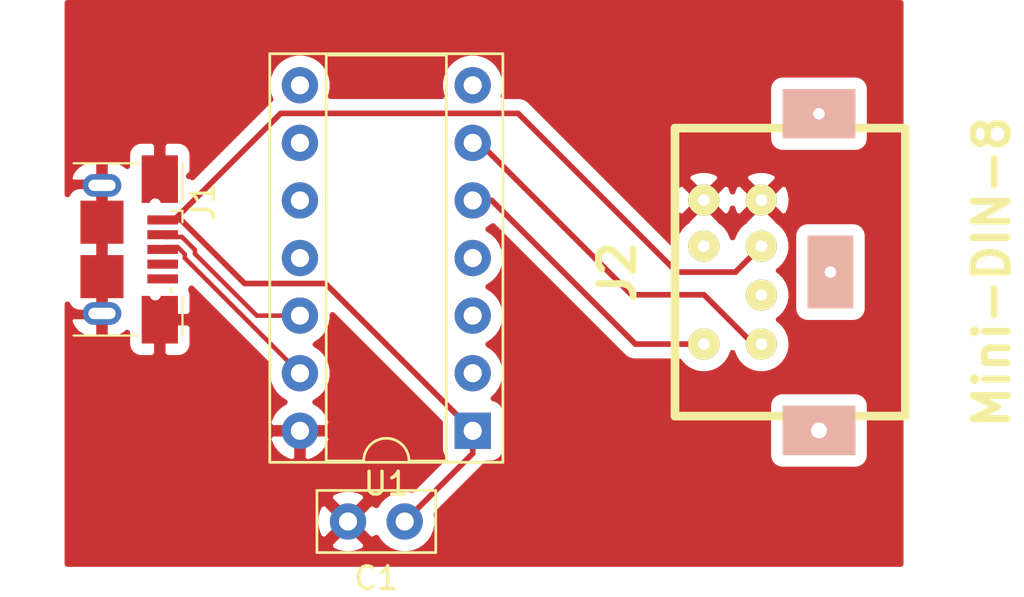
<source format=kicad_pcb>
(kicad_pcb (version 20171130) (host pcbnew 5.1.7-5.1.7)

  (general
    (thickness 1.6)
    (drawings 0)
    (tracks 32)
    (zones 0)
    (modules 4)
    (nets 18)
  )

  (page A4)
  (layers
    (0 F.Cu signal)
    (31 B.Cu signal)
    (32 B.Adhes user)
    (33 F.Adhes user)
    (34 B.Paste user)
    (35 F.Paste user)
    (36 B.SilkS user)
    (37 F.SilkS user)
    (38 B.Mask user)
    (39 F.Mask user)
    (40 Dwgs.User user)
    (41 Cmts.User user)
    (42 Eco1.User user)
    (43 Eco2.User user)
    (44 Edge.Cuts user)
    (45 Margin user)
    (46 B.CrtYd user)
    (47 F.CrtYd user)
    (48 B.Fab user)
    (49 F.Fab user)
  )

  (setup
    (last_trace_width 0.25)
    (trace_clearance 0.2)
    (zone_clearance 0.508)
    (zone_45_only no)
    (trace_min 0.2)
    (via_size 0.8)
    (via_drill 0.4)
    (via_min_size 0.4)
    (via_min_drill 0.3)
    (uvia_size 0.3)
    (uvia_drill 0.1)
    (uvias_allowed no)
    (uvia_min_size 0.2)
    (uvia_min_drill 0.1)
    (edge_width 0.05)
    (segment_width 0.2)
    (pcb_text_width 0.3)
    (pcb_text_size 1.5 1.5)
    (mod_edge_width 0.12)
    (mod_text_size 1 1)
    (mod_text_width 0.15)
    (pad_size 1.524 1.524)
    (pad_drill 0.762)
    (pad_to_mask_clearance 0)
    (aux_axis_origin 0 0)
    (visible_elements FFFFFF7F)
    (pcbplotparams
      (layerselection 0x010fc_ffffffff)
      (usegerberextensions false)
      (usegerberattributes true)
      (usegerberadvancedattributes true)
      (creategerberjobfile true)
      (excludeedgelayer true)
      (linewidth 0.100000)
      (plotframeref false)
      (viasonmask false)
      (mode 1)
      (useauxorigin false)
      (hpglpennumber 1)
      (hpglpenspeed 20)
      (hpglpendiameter 15.000000)
      (psnegative false)
      (psa4output false)
      (plotreference true)
      (plotvalue true)
      (plotinvisibletext false)
      (padsonsilk false)
      (subtractmaskfromsilk false)
      (outputformat 1)
      (mirror false)
      (drillshape 1)
      (scaleselection 1)
      (outputdirectory ""))
  )

  (net 0 "")
  (net 1 GND)
  (net 2 +5V)
  (net 3 /D-)
  (net 4 /D+)
  (net 5 "Net-(J1-Pad4)")
  (net 6 "Net-(J2-Pad7)")
  (net 7 /TXD)
  (net 8 /RXD)
  (net 9 "Net-(J2-Pad4)")
  (net 10 "Net-(U1-Pad7)")
  (net 11 "Net-(U1-Pad11)")
  (net 12 "Net-(U1-Pad4)")
  (net 13 "Net-(U1-Pad10)")
  (net 14 "Net-(U1-Pad3)")
  (net 15 "Net-(U1-Pad9)")
  (net 16 "Net-(U1-Pad2)")
  (net 17 "Net-(U1-Pad8)")

  (net_class Default "This is the default net class."
    (clearance 0.2)
    (trace_width 0.25)
    (via_dia 0.8)
    (via_drill 0.4)
    (uvia_dia 0.3)
    (uvia_drill 0.1)
    (add_net +5V)
    (add_net /D+)
    (add_net /D-)
    (add_net /RXD)
    (add_net /TXD)
    (add_net GND)
    (add_net "Net-(J1-Pad4)")
    (add_net "Net-(J2-Pad4)")
    (add_net "Net-(J2-Pad7)")
    (add_net "Net-(U1-Pad10)")
    (add_net "Net-(U1-Pad11)")
    (add_net "Net-(U1-Pad2)")
    (add_net "Net-(U1-Pad3)")
    (add_net "Net-(U1-Pad4)")
    (add_net "Net-(U1-Pad7)")
    (add_net "Net-(U1-Pad8)")
    (add_net "Net-(U1-Pad9)")
  )

  (module Package_DIP:DIP-14_W7.62mm_Socket (layer F.Cu) (tedit 5A02E8C5) (tstamp 5F862BE0)
    (at 132 103 180)
    (descr "14-lead though-hole mounted DIP package, row spacing 7.62 mm (300 mils), Socket")
    (tags "THT DIP DIL PDIP 2.54mm 7.62mm 300mil Socket")
    (path /5F85D5AE)
    (fp_text reference U1 (at 3.81 -2.33) (layer F.SilkS)
      (effects (font (size 1 1) (thickness 0.15)))
    )
    (fp_text value PIC16F1454-IP (at 3.81 17.57) (layer F.Fab)
      (effects (font (size 1 1) (thickness 0.15)))
    )
    (fp_text user %R (at 3.81 7.62) (layer F.Fab)
      (effects (font (size 1 1) (thickness 0.15)))
    )
    (fp_arc (start 3.81 -1.33) (end 2.81 -1.33) (angle -180) (layer F.SilkS) (width 0.12))
    (fp_line (start 1.635 -1.27) (end 6.985 -1.27) (layer F.Fab) (width 0.1))
    (fp_line (start 6.985 -1.27) (end 6.985 16.51) (layer F.Fab) (width 0.1))
    (fp_line (start 6.985 16.51) (end 0.635 16.51) (layer F.Fab) (width 0.1))
    (fp_line (start 0.635 16.51) (end 0.635 -0.27) (layer F.Fab) (width 0.1))
    (fp_line (start 0.635 -0.27) (end 1.635 -1.27) (layer F.Fab) (width 0.1))
    (fp_line (start -1.27 -1.33) (end -1.27 16.57) (layer F.Fab) (width 0.1))
    (fp_line (start -1.27 16.57) (end 8.89 16.57) (layer F.Fab) (width 0.1))
    (fp_line (start 8.89 16.57) (end 8.89 -1.33) (layer F.Fab) (width 0.1))
    (fp_line (start 8.89 -1.33) (end -1.27 -1.33) (layer F.Fab) (width 0.1))
    (fp_line (start 2.81 -1.33) (end 1.16 -1.33) (layer F.SilkS) (width 0.12))
    (fp_line (start 1.16 -1.33) (end 1.16 16.57) (layer F.SilkS) (width 0.12))
    (fp_line (start 1.16 16.57) (end 6.46 16.57) (layer F.SilkS) (width 0.12))
    (fp_line (start 6.46 16.57) (end 6.46 -1.33) (layer F.SilkS) (width 0.12))
    (fp_line (start 6.46 -1.33) (end 4.81 -1.33) (layer F.SilkS) (width 0.12))
    (fp_line (start -1.33 -1.39) (end -1.33 16.63) (layer F.SilkS) (width 0.12))
    (fp_line (start -1.33 16.63) (end 8.95 16.63) (layer F.SilkS) (width 0.12))
    (fp_line (start 8.95 16.63) (end 8.95 -1.39) (layer F.SilkS) (width 0.12))
    (fp_line (start 8.95 -1.39) (end -1.33 -1.39) (layer F.SilkS) (width 0.12))
    (fp_line (start -1.55 -1.6) (end -1.55 16.85) (layer F.CrtYd) (width 0.05))
    (fp_line (start -1.55 16.85) (end 9.15 16.85) (layer F.CrtYd) (width 0.05))
    (fp_line (start 9.15 16.85) (end 9.15 -1.6) (layer F.CrtYd) (width 0.05))
    (fp_line (start 9.15 -1.6) (end -1.55 -1.6) (layer F.CrtYd) (width 0.05))
    (pad 14 thru_hole oval (at 7.62 0 180) (size 1.6 1.6) (drill 0.8) (layers *.Cu *.Mask)
      (net 1 GND))
    (pad 7 thru_hole oval (at 0 15.24 180) (size 1.6 1.6) (drill 0.8) (layers *.Cu *.Mask)
      (net 10 "Net-(U1-Pad7)"))
    (pad 13 thru_hole oval (at 7.62 2.54 180) (size 1.6 1.6) (drill 0.8) (layers *.Cu *.Mask)
      (net 4 /D+))
    (pad 6 thru_hole oval (at 0 12.7 180) (size 1.6 1.6) (drill 0.8) (layers *.Cu *.Mask)
      (net 7 /TXD))
    (pad 12 thru_hole oval (at 7.62 5.08 180) (size 1.6 1.6) (drill 0.8) (layers *.Cu *.Mask)
      (net 3 /D-))
    (pad 5 thru_hole oval (at 0 10.16 180) (size 1.6 1.6) (drill 0.8) (layers *.Cu *.Mask)
      (net 8 /RXD))
    (pad 11 thru_hole oval (at 7.62 7.62 180) (size 1.6 1.6) (drill 0.8) (layers *.Cu *.Mask)
      (net 11 "Net-(U1-Pad11)"))
    (pad 4 thru_hole oval (at 0 7.62 180) (size 1.6 1.6) (drill 0.8) (layers *.Cu *.Mask)
      (net 12 "Net-(U1-Pad4)"))
    (pad 10 thru_hole oval (at 7.62 10.16 180) (size 1.6 1.6) (drill 0.8) (layers *.Cu *.Mask)
      (net 13 "Net-(U1-Pad10)"))
    (pad 3 thru_hole oval (at 0 5.08 180) (size 1.6 1.6) (drill 0.8) (layers *.Cu *.Mask)
      (net 14 "Net-(U1-Pad3)"))
    (pad 9 thru_hole oval (at 7.62 12.7 180) (size 1.6 1.6) (drill 0.8) (layers *.Cu *.Mask)
      (net 15 "Net-(U1-Pad9)"))
    (pad 2 thru_hole oval (at 0 2.54 180) (size 1.6 1.6) (drill 0.8) (layers *.Cu *.Mask)
      (net 16 "Net-(U1-Pad2)"))
    (pad 8 thru_hole oval (at 7.62 15.24 180) (size 1.6 1.6) (drill 0.8) (layers *.Cu *.Mask)
      (net 17 "Net-(U1-Pad8)"))
    (pad 1 thru_hole rect (at 0 0 180) (size 1.6 1.6) (drill 0.8) (layers *.Cu *.Mask)
      (net 2 +5V))
    (model ${KISYS3DMOD}/Package_DIP.3dshapes/DIP-14_W7.62mm_Socket.wrl
      (at (xyz 0 0 0))
      (scale (xyz 1 1 1))
      (rotate (xyz 0 0 0))
    )
  )

  (module r_mini_din:Mini_din7 (layer F.Cu) (tedit 44834E5D) (tstamp 5F862BB6)
    (at 146 96 90)
    (tags "MINI DIN")
    (path /5F862F52)
    (fp_text reference J2 (at 0 -7.62 90) (layer F.SilkS)
      (effects (font (size 1.524 1.524) (thickness 0.3048)))
    )
    (fp_text value Mini-DIN-8 (at 0 8.89 90) (layer F.SilkS)
      (effects (font (size 1.524 1.524) (thickness 0.3048)))
    )
    (fp_line (start -6.35 5.08) (end -6.35 1.27) (layer F.SilkS) (width 0.381))
    (fp_line (start 6.35 5.08) (end -6.35 5.08) (layer F.SilkS) (width 0.381))
    (fp_line (start 6.35 -5.08) (end 6.35 5.08) (layer F.SilkS) (width 0.381))
    (fp_line (start -6.35 -5.08) (end 6.35 -5.08) (layer F.SilkS) (width 0.381))
    (fp_line (start -6.35 1.27) (end -6.35 -5.08) (layer F.SilkS) (width 0.381))
    (pad 7 thru_hole circle (at 1.143 -3.81 90) (size 1.3716 1.3716) (drill 0.508) (layers *.Cu *.Mask F.SilkS)
      (net 6 "Net-(J2-Pad7)"))
    (pad GND thru_hole rect (at -6.985 1.27 90) (size 2.16916 3.2004) (drill 0.70104) (layers *.Cu *.SilkS *.Mask))
    (pad GND thru_hole rect (at 6.985 1.27 90) (size 2.16916 3.2004) (drill 0.508) (layers *.Cu *.SilkS *.Mask))
    (pad GND thru_hole rect (at 0 1.778 90) (size 3.2004 1.99898) (drill 0.508) (layers *.Cu *.SilkS *.Mask))
    (pad 2 thru_hole circle (at 3.175 -1.27 90) (size 1.3716 1.3716) (drill 0.508) (layers *.Cu *.Mask F.SilkS)
      (net 1 GND))
    (pad 5 thru_hole circle (at -3.175 -1.27 90) (size 1.3716 1.3716) (drill 0.508) (layers *.Cu *.Mask F.SilkS)
      (net 7 /TXD))
    (pad 6 thru_hole circle (at -3.175 -3.81 90) (size 1.3716 1.3716) (drill 0.508) (layers *.Cu *.Mask F.SilkS)
      (net 8 /RXD))
    (pad 1 thru_hole circle (at 3.175 -3.81 90) (size 1.3716 1.3716) (drill 0.508) (layers *.Cu *.Mask F.SilkS)
      (net 1 GND))
    (pad 3 thru_hole circle (at 1.143 -1.27 90) (size 1.3716 1.3716) (drill 0.508) (layers *.Cu *.Mask F.SilkS)
      (net 2 +5V))
    (pad 4 thru_hole circle (at -1.016 -1.27 90) (size 1.3716 1.3716) (drill 0.508) (layers *.Cu *.Mask F.SilkS)
      (net 9 "Net-(J2-Pad4)"))
    (model r_mini_dins/minidin_7.wrl
      (at (xyz 0 0 0))
      (scale (xyz 1 1 1))
      (rotate (xyz 0 0 0))
    )
  )

  (module Personal:USB_Micro_B_XKB_U254-05XX-4BH83-X-X-S (layer F.Cu) (tedit 5F4CB23C) (tstamp 5F862D40)
    (at 117 95 270)
    (path /5F857A97)
    (fp_text reference J1 (at -2.1 -3.1 90) (layer F.SilkS)
      (effects (font (size 1 1) (thickness 0.15)))
    )
    (fp_text value USB_B_Micro (at 0 5 90) (layer F.Fab)
      (effects (font (size 1 1) (thickness 0.15)))
    )
    (fp_text user %R (at 0 0.9 90) (layer F.Fab)
      (effects (font (size 1 1) (thickness 0.15)))
    )
    (fp_text user "PCB Edge" (at 0.1 2.9 90) (layer Dwgs.User)
      (effects (font (size 0.5 0.5) (thickness 0.08)))
    )
    (fp_line (start -3.8 -0.2) (end -3.8 2.6) (layer F.SilkS) (width 0.1))
    (fp_line (start -2.1 -2.2) (end -3.8 -2.2) (layer F.SilkS) (width 0.1))
    (fp_line (start 3.8 2.6) (end 3.8 -0.2) (layer F.SilkS) (width 0.1))
    (fp_line (start 1.9 -1.7) (end 1.7 -1.7) (layer F.SilkS) (width 0.1))
    (fp_line (start -1.7 -2.2) (end -1.2 -2.2) (layer F.SilkS) (width 0.1))
    (fp_line (start -1.7 -1.7) (end -1.7 -2.2) (layer F.SilkS) (width 0.1))
    (fp_line (start -4 3.7) (end -4 -2.4) (layer F.CrtYd) (width 0.1))
    (fp_line (start 4 3.7) (end -4 3.7) (layer F.CrtYd) (width 0.1))
    (fp_line (start 4 -2.4) (end 4 3.7) (layer F.CrtYd) (width 0.1))
    (fp_line (start -4 -2.4) (end 4 -2.4) (layer F.CrtYd) (width 0.1))
    (fp_line (start -1.1 -2) (end -1.5 -2) (layer F.Fab) (width 0.1))
    (fp_line (start -1.1 -1.8) (end -1.1 -2) (layer F.Fab) (width 0.1))
    (fp_line (start -1.3 -1.6) (end -1.1 -1.8) (layer F.Fab) (width 0.1))
    (fp_line (start -1.5 -1.8) (end -1.3 -1.6) (layer F.Fab) (width 0.1))
    (fp_line (start -1.5 -2) (end -1.5 -1.8) (layer F.Fab) (width 0.1))
    (fp_line (start -2.5 3.5) (end -2.5 -1.5) (layer F.Fab) (width 0.1))
    (fp_line (start 2.5 3.5) (end -2.5 3.5) (layer F.Fab) (width 0.1))
    (fp_line (start 2.5 -1.5) (end 2.5 3.5) (layer F.Fab) (width 0.1))
    (fp_line (start -2.5 -1.5) (end 2.5 -1.5) (layer F.Fab) (width 0.1))
    (fp_line (start -2 2.8) (end 2 2.8) (layer F.Fab) (width 0.1))
    (fp_line (start 2.1 -2.2) (end 3.8 -2.2) (layer F.SilkS) (width 0.1))
    (pad 1 smd rect (at -1.3 -1.325 270) (size 0.4 1.35) (layers F.Cu F.Paste F.Mask)
      (net 2 +5V))
    (pad 2 smd rect (at -0.65 -1.325 270) (size 0.4 1.35) (layers F.Cu F.Paste F.Mask)
      (net 3 /D-))
    (pad 3 smd rect (at 0 -1.325 270) (size 0.4 1.35) (layers F.Cu F.Paste F.Mask)
      (net 4 /D+))
    (pad 4 smd rect (at 0.65 -1.325 270) (size 0.4 1.35) (layers F.Cu F.Paste F.Mask)
      (net 5 "Net-(J1-Pad4)"))
    (pad 5 smd rect (at 1.3 -1.325 270) (size 0.4 1.35) (layers F.Cu F.Paste F.Mask)
      (net 1 GND))
    (pad 6 smd rect (at -3.1 -1.2 270) (size 2.1 1.6) (layers F.Cu F.Paste F.Mask)
      (net 1 GND))
    (pad 6 smd rect (at 3.1 -1.2 270) (size 2.1 1.6) (layers F.Cu F.Paste F.Mask)
      (net 1 GND))
    (pad 6 thru_hole oval (at -2.825 1.35 270) (size 1 1.7) (drill oval 0.5 1.2) (layers *.Cu *.Mask)
      (net 1 GND))
    (pad 6 smd rect (at -1.2 1.35 270) (size 1.9 1.9) (layers F.Cu F.Paste F.Mask)
      (net 1 GND))
    (pad 6 smd rect (at 1.2 1.35 270) (size 1.9 1.9) (layers F.Cu F.Paste F.Mask)
      (net 1 GND))
    (pad 6 thru_hole oval (at 2.825 1.35 270) (size 1 1.7) (drill oval 0.5 1.2) (layers *.Cu *.Mask)
      (net 1 GND))
    (pad "" np_thru_hole circle (at -2 -1 270) (size 0.5 0.5) (drill 0.5) (layers *.Cu *.Mask))
    (pad "" np_thru_hole circle (at 2 -1 270) (size 0.5 0.5) (drill 0.5) (layers *.Cu *.Mask))
  )

  (module Capacitor_THT:C_Disc_D5.0mm_W2.5mm_P2.50mm (layer F.Cu) (tedit 5AE50EF0) (tstamp 5F862B7B)
    (at 129 107 180)
    (descr "C, Disc series, Radial, pin pitch=2.50mm, , diameter*width=5*2.5mm^2, Capacitor, http://cdn-reichelt.de/documents/datenblatt/B300/DS_KERKO_TC.pdf")
    (tags "C Disc series Radial pin pitch 2.50mm  diameter 5mm width 2.5mm Capacitor")
    (path /5F86A2E5)
    (fp_text reference C1 (at 1.25 -2.5) (layer F.SilkS)
      (effects (font (size 1 1) (thickness 0.15)))
    )
    (fp_text value 100n (at 1.25 2.5) (layer F.Fab)
      (effects (font (size 1 1) (thickness 0.15)))
    )
    (fp_text user %R (at 1.25 0) (layer F.Fab)
      (effects (font (size 1 1) (thickness 0.15)))
    )
    (fp_line (start -1.25 -1.25) (end -1.25 1.25) (layer F.Fab) (width 0.1))
    (fp_line (start -1.25 1.25) (end 3.75 1.25) (layer F.Fab) (width 0.1))
    (fp_line (start 3.75 1.25) (end 3.75 -1.25) (layer F.Fab) (width 0.1))
    (fp_line (start 3.75 -1.25) (end -1.25 -1.25) (layer F.Fab) (width 0.1))
    (fp_line (start -1.37 -1.37) (end 3.87 -1.37) (layer F.SilkS) (width 0.12))
    (fp_line (start -1.37 1.37) (end 3.87 1.37) (layer F.SilkS) (width 0.12))
    (fp_line (start -1.37 -1.37) (end -1.37 1.37) (layer F.SilkS) (width 0.12))
    (fp_line (start 3.87 -1.37) (end 3.87 1.37) (layer F.SilkS) (width 0.12))
    (fp_line (start -1.5 -1.5) (end -1.5 1.5) (layer F.CrtYd) (width 0.05))
    (fp_line (start -1.5 1.5) (end 4 1.5) (layer F.CrtYd) (width 0.05))
    (fp_line (start 4 1.5) (end 4 -1.5) (layer F.CrtYd) (width 0.05))
    (fp_line (start 4 -1.5) (end -1.5 -1.5) (layer F.CrtYd) (width 0.05))
    (pad 2 thru_hole circle (at 2.5 0 180) (size 1.6 1.6) (drill 0.8) (layers *.Cu *.Mask)
      (net 1 GND))
    (pad 1 thru_hole circle (at 0 0 180) (size 1.6 1.6) (drill 0.8) (layers *.Cu *.Mask)
      (net 2 +5V))
    (model ${KISYS3DMOD}/Capacitor_THT.3dshapes/C_Disc_D5.0mm_W2.5mm_P2.50mm.wrl
      (at (xyz 0 0 0))
      (scale (xyz 1 1 1))
      (rotate (xyz 0 0 0))
    )
  )

  (segment (start 132 104) (end 129 107) (width 0.25) (layer F.Cu) (net 2))
  (segment (start 132 103) (end 132 104) (width 0.25) (layer F.Cu) (net 2))
  (segment (start 119.135002 93.7) (end 118.325 93.7) (width 0.25) (layer F.Cu) (net 2))
  (segment (start 121.940003 96.505001) (end 119.135002 93.7) (width 0.25) (layer F.Cu) (net 2))
  (segment (start 125.505001 96.505001) (end 121.940003 96.505001) (width 0.25) (layer F.Cu) (net 2))
  (segment (start 132 103) (end 125.505001 96.505001) (width 0.25) (layer F.Cu) (net 2))
  (segment (start 134 89) (end 141 96) (width 0.25) (layer F.Cu) (net 2))
  (segment (start 123.535002 89) (end 134 89) (width 0.25) (layer F.Cu) (net 2))
  (segment (start 118.835002 93.7) (end 123.535002 89) (width 0.25) (layer F.Cu) (net 2))
  (segment (start 143.587 96) (end 144.73 94.857) (width 0.25) (layer F.Cu) (net 2))
  (segment (start 141 96) (end 143.587 96) (width 0.25) (layer F.Cu) (net 2))
  (segment (start 118.325 93.7) (end 118.835002 93.7) (width 0.25) (layer F.Cu) (net 2))
  (segment (start 119.749992 95.023607) (end 119.749992 95.193595) (width 0.2) (layer F.Cu) (net 3))
  (segment (start 119.176385 94.45) (end 119.749992 95.023607) (width 0.2) (layer F.Cu) (net 3))
  (segment (start 122.476397 97.92) (end 124.38 97.92) (width 0.2) (layer F.Cu) (net 3))
  (segment (start 119.749992 95.193595) (end 122.476397 97.92) (width 0.2) (layer F.Cu) (net 3))
  (segment (start 118.325 94.35) (end 118.425 94.45) (width 0.2) (layer F.Cu) (net 3))
  (segment (start 118.425 94.45) (end 119.176385 94.45) (width 0.2) (layer F.Cu) (net 3))
  (segment (start 119.300001 95.380001) (end 122.158198 98.238198) (width 0.2) (layer F.Cu) (net 4))
  (segment (start 122.158198 98.238198) (end 124.38 100.46) (width 0.2) (layer F.Cu) (net 4))
  (segment (start 119.300001 95.209999) (end 119.300001 95.380001) (width 0.2) (layer F.Cu) (net 4))
  (segment (start 118.990002 94.9) (end 119.300001 95.209999) (width 0.2) (layer F.Cu) (net 4))
  (segment (start 118.425 94.9) (end 118.990002 94.9) (width 0.2) (layer F.Cu) (net 4))
  (segment (start 118.325 95) (end 118.425 94.9) (width 0.2) (layer F.Cu) (net 4))
  (segment (start 144.375801 99.175) (end 144.73 99.175) (width 0.25) (layer F.Cu) (net 7))
  (segment (start 142.200801 97) (end 144.375801 99.175) (width 0.25) (layer F.Cu) (net 7))
  (segment (start 139 97) (end 142.200801 97) (width 0.25) (layer F.Cu) (net 7))
  (segment (start 132.3 90.3) (end 139 97) (width 0.25) (layer F.Cu) (net 7))
  (segment (start 132 90.3) (end 132.3 90.3) (width 0.25) (layer F.Cu) (net 7))
  (segment (start 139.175 99.175) (end 142.19 99.175) (width 0.25) (layer F.Cu) (net 8))
  (segment (start 132.84 92.84) (end 139.175 99.175) (width 0.25) (layer F.Cu) (net 8))
  (segment (start 132 92.84) (end 132.84 92.84) (width 0.25) (layer F.Cu) (net 8))

  (zone (net 1) (net_name GND) (layer F.Cu) (tstamp 0) (hatch edge 0.508)
    (connect_pads (clearance 0.508))
    (min_thickness 0.254)
    (fill yes (arc_segments 32) (thermal_gap 0.508) (thermal_bridge_width 0.508))
    (polygon
      (pts
        (xy 151 109) (xy 114 109) (xy 114 84) (xy 151 84)
      )
    )
    (filled_polygon
      (pts
        (xy 150.873 108.873) (xy 114.127 108.873) (xy 114.127 107.992702) (xy 125.686903 107.992702) (xy 125.758486 108.236671)
        (xy 126.013996 108.357571) (xy 126.288184 108.4263) (xy 126.570512 108.440217) (xy 126.85013 108.398787) (xy 127.116292 108.303603)
        (xy 127.241514 108.236671) (xy 127.313097 107.992702) (xy 126.5 107.179605) (xy 125.686903 107.992702) (xy 114.127 107.992702)
        (xy 114.127 107.070512) (xy 125.059783 107.070512) (xy 125.101213 107.35013) (xy 125.196397 107.616292) (xy 125.263329 107.741514)
        (xy 125.507298 107.813097) (xy 126.320395 107) (xy 125.507298 106.186903) (xy 125.263329 106.258486) (xy 125.142429 106.513996)
        (xy 125.0737 106.788184) (xy 125.059783 107.070512) (xy 114.127 107.070512) (xy 114.127 106.007298) (xy 125.686903 106.007298)
        (xy 126.5 106.820395) (xy 127.313097 106.007298) (xy 127.241514 105.763329) (xy 126.986004 105.642429) (xy 126.711816 105.5737)
        (xy 126.429488 105.559783) (xy 126.14987 105.601213) (xy 125.883708 105.696397) (xy 125.758486 105.763329) (xy 125.686903 106.007298)
        (xy 114.127 106.007298) (xy 114.127 103.349039) (xy 122.988096 103.349039) (xy 123.028754 103.483087) (xy 123.148963 103.73742)
        (xy 123.316481 103.963414) (xy 123.524869 104.152385) (xy 123.766119 104.29707) (xy 124.03096 104.391909) (xy 124.253 104.270624)
        (xy 124.253 103.127) (xy 124.507 103.127) (xy 124.507 104.270624) (xy 124.72904 104.391909) (xy 124.993881 104.29707)
        (xy 125.235131 104.152385) (xy 125.443519 103.963414) (xy 125.611037 103.73742) (xy 125.731246 103.483087) (xy 125.771904 103.349039)
        (xy 125.649915 103.127) (xy 124.507 103.127) (xy 124.253 103.127) (xy 123.110085 103.127) (xy 122.988096 103.349039)
        (xy 114.127 103.349039) (xy 114.127 98.126874) (xy 114.205881 98.126874) (xy 114.285724 98.349976) (xy 114.407631 98.537764)
        (xy 114.563831 98.698161) (xy 114.748322 98.825003) (xy 114.954013 98.913415) (xy 115.173 98.96) (xy 115.523 98.96)
        (xy 115.523 97.952) (xy 114.332046 97.952) (xy 114.205881 98.126874) (xy 114.127 98.126874) (xy 114.127 97.425053)
        (xy 114.169463 97.504494) (xy 114.248815 97.601185) (xy 114.281623 97.628109) (xy 114.332046 97.698) (xy 114.378176 97.698)
        (xy 114.45582 97.739502) (xy 114.575518 97.775812) (xy 114.7 97.788072) (xy 115.36425 97.785) (xy 115.45125 97.698)
        (xy 115.523 97.698) (xy 115.523 96.327) (xy 115.503 96.327) (xy 115.503 96.073) (xy 115.523 96.073)
        (xy 115.523 93.927) (xy 115.503 93.927) (xy 115.503 93.673) (xy 115.523 93.673) (xy 115.523 92.302)
        (xy 115.45125 92.302) (xy 115.36425 92.215) (xy 114.7 92.211928) (xy 114.575518 92.224188) (xy 114.45582 92.260498)
        (xy 114.378176 92.302) (xy 114.332046 92.302) (xy 114.281623 92.371891) (xy 114.248815 92.398815) (xy 114.169463 92.495506)
        (xy 114.127 92.574947) (xy 114.127 91.873126) (xy 114.205881 91.873126) (xy 114.332046 92.048) (xy 115.523 92.048)
        (xy 115.523 91.04) (xy 115.777 91.04) (xy 115.777 92.048) (xy 115.797 92.048) (xy 115.797 92.302)
        (xy 115.777 92.302) (xy 115.777 93.673) (xy 115.797 93.673) (xy 115.797 93.927) (xy 115.777 93.927)
        (xy 115.777 96.073) (xy 115.797 96.073) (xy 115.797 96.327) (xy 115.777 96.327) (xy 115.777 97.698)
        (xy 115.797 97.698) (xy 115.797 97.952) (xy 115.777 97.952) (xy 115.777 98.96) (xy 116.127 98.96)
        (xy 116.345987 98.913415) (xy 116.551678 98.825003) (xy 116.736169 98.698161) (xy 116.763859 98.669727) (xy 116.761928 99.15)
        (xy 116.774188 99.274482) (xy 116.810498 99.39418) (xy 116.869463 99.504494) (xy 116.948815 99.601185) (xy 117.045506 99.680537)
        (xy 117.15582 99.739502) (xy 117.275518 99.775812) (xy 117.4 99.788072) (xy 117.91425 99.785) (xy 118.073 99.62625)
        (xy 118.073 98.227) (xy 118.327 98.227) (xy 118.327 99.62625) (xy 118.48575 99.785) (xy 119 99.788072)
        (xy 119.124482 99.775812) (xy 119.24418 99.739502) (xy 119.354494 99.680537) (xy 119.451185 99.601185) (xy 119.530537 99.504494)
        (xy 119.589502 99.39418) (xy 119.625812 99.274482) (xy 119.638072 99.15) (xy 119.635 98.38575) (xy 119.47625 98.227)
        (xy 118.327 98.227) (xy 118.073 98.227) (xy 118.053 98.227) (xy 118.053 97.973) (xy 118.073 97.973)
        (xy 118.073 97.953) (xy 118.327 97.953) (xy 118.327 97.973) (xy 119.47625 97.973) (xy 119.635 97.81425)
        (xy 119.638072 97.05) (xy 119.625812 96.925518) (xy 119.589502 96.80582) (xy 119.573321 96.775548) (xy 119.585521 96.753576)
        (xy 119.59733 96.716776) (xy 121.664004 98.783451) (xy 121.664009 98.783455) (xy 122.987178 100.106625) (xy 122.945 100.318665)
        (xy 122.945 100.601335) (xy 123.000147 100.878574) (xy 123.10832 101.139727) (xy 123.265363 101.374759) (xy 123.465241 101.574637)
        (xy 123.700273 101.73168) (xy 123.710865 101.736067) (xy 123.524869 101.847615) (xy 123.316481 102.036586) (xy 123.148963 102.26258)
        (xy 123.028754 102.516913) (xy 122.988096 102.650961) (xy 123.110085 102.873) (xy 124.253 102.873) (xy 124.253 102.853)
        (xy 124.507 102.853) (xy 124.507 102.873) (xy 125.649915 102.873) (xy 125.771904 102.650961) (xy 125.731246 102.516913)
        (xy 125.611037 102.26258) (xy 125.443519 102.036586) (xy 125.235131 101.847615) (xy 125.049135 101.736067) (xy 125.059727 101.73168)
        (xy 125.294759 101.574637) (xy 125.494637 101.374759) (xy 125.65168 101.139727) (xy 125.759853 100.878574) (xy 125.815 100.601335)
        (xy 125.815 100.318665) (xy 125.759853 100.041426) (xy 125.65168 99.780273) (xy 125.494637 99.545241) (xy 125.294759 99.345363)
        (xy 125.062241 99.19) (xy 125.294759 99.034637) (xy 125.494637 98.834759) (xy 125.65168 98.599727) (xy 125.759853 98.338574)
        (xy 125.815 98.061335) (xy 125.815 97.889801) (xy 130.561928 102.63673) (xy 130.561928 103.8) (xy 130.574188 103.924482)
        (xy 130.610498 104.04418) (xy 130.669463 104.154494) (xy 130.715098 104.2101) (xy 129.323886 105.601312) (xy 129.141335 105.565)
        (xy 128.858665 105.565) (xy 128.581426 105.620147) (xy 128.320273 105.72832) (xy 128.085241 105.885363) (xy 127.885363 106.085241)
        (xy 127.751308 106.285869) (xy 127.736671 106.258486) (xy 127.492702 106.186903) (xy 126.679605 107) (xy 127.492702 107.813097)
        (xy 127.736671 107.741514) (xy 127.750324 107.712659) (xy 127.885363 107.914759) (xy 128.085241 108.114637) (xy 128.320273 108.27168)
        (xy 128.581426 108.379853) (xy 128.858665 108.435) (xy 129.141335 108.435) (xy 129.418574 108.379853) (xy 129.679727 108.27168)
        (xy 129.914759 108.114637) (xy 130.114637 107.914759) (xy 130.27168 107.679727) (xy 130.379853 107.418574) (xy 130.435 107.141335)
        (xy 130.435 106.858665) (xy 130.398688 106.676114) (xy 132.511003 104.563799) (xy 132.540001 104.540001) (xy 132.623652 104.438072)
        (xy 132.8 104.438072) (xy 132.924482 104.425812) (xy 133.04418 104.389502) (xy 133.154494 104.330537) (xy 133.251185 104.251185)
        (xy 133.330537 104.154494) (xy 133.389502 104.04418) (xy 133.425812 103.924482) (xy 133.438072 103.8) (xy 133.438072 102.2)
        (xy 133.425812 102.075518) (xy 133.389502 101.95582) (xy 133.35989 101.90042) (xy 145.031728 101.90042) (xy 145.031728 104.06958)
        (xy 145.043988 104.194062) (xy 145.080298 104.31376) (xy 145.139263 104.424074) (xy 145.218615 104.520765) (xy 145.315306 104.600117)
        (xy 145.42562 104.659082) (xy 145.545318 104.695392) (xy 145.6698 104.707652) (xy 148.8702 104.707652) (xy 148.994682 104.695392)
        (xy 149.11438 104.659082) (xy 149.224694 104.600117) (xy 149.321385 104.520765) (xy 149.400737 104.424074) (xy 149.459702 104.31376)
        (xy 149.496012 104.194062) (xy 149.508272 104.06958) (xy 149.508272 101.90042) (xy 149.496012 101.775938) (xy 149.459702 101.65624)
        (xy 149.400737 101.545926) (xy 149.321385 101.449235) (xy 149.224694 101.369883) (xy 149.11438 101.310918) (xy 148.994682 101.274608)
        (xy 148.8702 101.262348) (xy 145.6698 101.262348) (xy 145.545318 101.274608) (xy 145.42562 101.310918) (xy 145.315306 101.369883)
        (xy 145.218615 101.449235) (xy 145.139263 101.545926) (xy 145.080298 101.65624) (xy 145.043988 101.775938) (xy 145.031728 101.90042)
        (xy 133.35989 101.90042) (xy 133.330537 101.845506) (xy 133.251185 101.748815) (xy 133.154494 101.669463) (xy 133.04418 101.610498)
        (xy 132.924482 101.574188) (xy 132.916039 101.573357) (xy 133.114637 101.374759) (xy 133.27168 101.139727) (xy 133.379853 100.878574)
        (xy 133.435 100.601335) (xy 133.435 100.318665) (xy 133.379853 100.041426) (xy 133.27168 99.780273) (xy 133.114637 99.545241)
        (xy 132.914759 99.345363) (xy 132.682241 99.19) (xy 132.914759 99.034637) (xy 133.114637 98.834759) (xy 133.27168 98.599727)
        (xy 133.379853 98.338574) (xy 133.435 98.061335) (xy 133.435 97.778665) (xy 133.379853 97.501426) (xy 133.27168 97.240273)
        (xy 133.114637 97.005241) (xy 132.914759 96.805363) (xy 132.682241 96.65) (xy 132.914759 96.494637) (xy 133.114637 96.294759)
        (xy 133.27168 96.059727) (xy 133.379853 95.798574) (xy 133.435 95.521335) (xy 133.435 95.238665) (xy 133.379853 94.961426)
        (xy 133.27168 94.700273) (xy 133.114637 94.465241) (xy 132.914759 94.265363) (xy 132.682241 94.11) (xy 132.893824 93.968625)
        (xy 138.611201 99.686003) (xy 138.634999 99.715001) (xy 138.663997 99.738799) (xy 138.750723 99.809974) (xy 138.882751 99.880545)
        (xy 138.882753 99.880546) (xy 139.026014 99.924003) (xy 139.137667 99.935) (xy 139.137677 99.935) (xy 139.175 99.938676)
        (xy 139.212323 99.935) (xy 141.109302 99.935) (xy 141.164067 100.016961) (xy 141.348039 100.200933) (xy 141.564366 100.345478)
        (xy 141.804737 100.445043) (xy 142.059913 100.4958) (xy 142.320087 100.4958) (xy 142.575263 100.445043) (xy 142.815634 100.345478)
        (xy 143.031961 100.200933) (xy 143.215933 100.016961) (xy 143.360478 99.800634) (xy 143.46 99.560367) (xy 143.559522 99.800634)
        (xy 143.704067 100.016961) (xy 143.888039 100.200933) (xy 144.104366 100.345478) (xy 144.344737 100.445043) (xy 144.599913 100.4958)
        (xy 144.860087 100.4958) (xy 145.115263 100.445043) (xy 145.355634 100.345478) (xy 145.571961 100.200933) (xy 145.755933 100.016961)
        (xy 145.900478 99.800634) (xy 146.000043 99.560263) (xy 146.0508 99.305087) (xy 146.0508 99.044913) (xy 146.000043 98.789737)
        (xy 145.900478 98.549366) (xy 145.755933 98.333039) (xy 145.571961 98.149067) (xy 145.491792 98.0955) (xy 145.571961 98.041933)
        (xy 145.755933 97.857961) (xy 145.900478 97.641634) (xy 146.000043 97.401263) (xy 146.0508 97.146087) (xy 146.0508 96.885913)
        (xy 146.000043 96.630737) (xy 145.900478 96.390366) (xy 145.755933 96.174039) (xy 145.571961 95.990067) (xy 145.491792 95.9365)
        (xy 145.571961 95.882933) (xy 145.755933 95.698961) (xy 145.900478 95.482634) (xy 146.000043 95.242263) (xy 146.0508 94.987087)
        (xy 146.0508 94.726913) (xy 146.000043 94.471737) (xy 145.970246 94.3998) (xy 146.140438 94.3998) (xy 146.140438 97.6002)
        (xy 146.152698 97.724682) (xy 146.189008 97.84438) (xy 146.247973 97.954694) (xy 146.327325 98.051385) (xy 146.424016 98.130737)
        (xy 146.53433 98.189702) (xy 146.654028 98.226012) (xy 146.77851 98.238272) (xy 148.77749 98.238272) (xy 148.901972 98.226012)
        (xy 149.02167 98.189702) (xy 149.131984 98.130737) (xy 149.228675 98.051385) (xy 149.308027 97.954694) (xy 149.366992 97.84438)
        (xy 149.403302 97.724682) (xy 149.415562 97.6002) (xy 149.415562 94.3998) (xy 149.403302 94.275318) (xy 149.366992 94.15562)
        (xy 149.308027 94.045306) (xy 149.228675 93.948615) (xy 149.131984 93.869263) (xy 149.02167 93.810298) (xy 148.901972 93.773988)
        (xy 148.77749 93.761728) (xy 146.77851 93.761728) (xy 146.654028 93.773988) (xy 146.53433 93.810298) (xy 146.424016 93.869263)
        (xy 146.327325 93.948615) (xy 146.247973 94.045306) (xy 146.189008 94.15562) (xy 146.152698 94.275318) (xy 146.140438 94.3998)
        (xy 145.970246 94.3998) (xy 145.900478 94.231366) (xy 145.755933 94.015039) (xy 145.571961 93.831067) (xy 145.457008 93.754258)
        (xy 145.461515 93.736121) (xy 144.73 93.004605) (xy 143.998485 93.736121) (xy 144.002992 93.754258) (xy 143.888039 93.831067)
        (xy 143.704067 94.015039) (xy 143.559522 94.231366) (xy 143.46 94.471633) (xy 143.360478 94.231366) (xy 143.215933 94.015039)
        (xy 143.031961 93.831067) (xy 142.917008 93.754258) (xy 142.921515 93.736121) (xy 142.19 93.004605) (xy 141.458485 93.736121)
        (xy 141.462992 93.754258) (xy 141.348039 93.831067) (xy 141.164067 94.015039) (xy 141.019522 94.231366) (xy 140.919957 94.471737)
        (xy 140.8692 94.726913) (xy 140.8692 94.794398) (xy 138.974838 92.900036) (xy 140.864931 92.900036) (xy 140.90503 93.157103)
        (xy 140.99451 93.401407) (xy 141.046558 93.498779) (xy 141.278879 93.556515) (xy 142.010395 92.825) (xy 142.369605 92.825)
        (xy 143.101121 93.556515) (xy 143.333442 93.498779) (xy 143.442919 93.262758) (xy 143.459177 93.195729) (xy 143.53451 93.401407)
        (xy 143.586558 93.498779) (xy 143.818879 93.556515) (xy 144.550395 92.825) (xy 144.909605 92.825) (xy 145.641121 93.556515)
        (xy 145.873442 93.498779) (xy 145.982919 93.262758) (xy 146.044247 93.009914) (xy 146.055069 92.749964) (xy 146.01497 92.492897)
        (xy 145.92549 92.248593) (xy 145.873442 92.151221) (xy 145.641121 92.093485) (xy 144.909605 92.825) (xy 144.550395 92.825)
        (xy 143.818879 92.093485) (xy 143.586558 92.151221) (xy 143.477081 92.387242) (xy 143.460823 92.454271) (xy 143.38549 92.248593)
        (xy 143.333442 92.151221) (xy 143.101121 92.093485) (xy 142.369605 92.825) (xy 142.010395 92.825) (xy 141.278879 92.093485)
        (xy 141.046558 92.151221) (xy 140.937081 92.387242) (xy 140.875753 92.640086) (xy 140.864931 92.900036) (xy 138.974838 92.900036)
        (xy 137.988681 91.913879) (xy 141.458485 91.913879) (xy 142.19 92.645395) (xy 142.921515 91.913879) (xy 143.998485 91.913879)
        (xy 144.73 92.645395) (xy 145.461515 91.913879) (xy 145.403779 91.681558) (xy 145.167758 91.572081) (xy 144.914914 91.510753)
        (xy 144.654964 91.499931) (xy 144.397897 91.54003) (xy 144.153593 91.62951) (xy 144.056221 91.681558) (xy 143.998485 91.913879)
        (xy 142.921515 91.913879) (xy 142.863779 91.681558) (xy 142.627758 91.572081) (xy 142.374914 91.510753) (xy 142.114964 91.499931)
        (xy 141.857897 91.54003) (xy 141.613593 91.62951) (xy 141.516221 91.681558) (xy 141.458485 91.913879) (xy 137.988681 91.913879)
        (xy 134.563804 88.489003) (xy 134.540001 88.459999) (xy 134.424276 88.365026) (xy 134.292247 88.294454) (xy 134.148986 88.250997)
        (xy 134.037333 88.24) (xy 134.037322 88.24) (xy 134 88.236324) (xy 133.962678 88.24) (xy 133.35441 88.24)
        (xy 133.379853 88.178574) (xy 133.429214 87.93042) (xy 145.031728 87.93042) (xy 145.031728 90.09958) (xy 145.043988 90.224062)
        (xy 145.080298 90.34376) (xy 145.139263 90.454074) (xy 145.218615 90.550765) (xy 145.315306 90.630117) (xy 145.42562 90.689082)
        (xy 145.545318 90.725392) (xy 145.6698 90.737652) (xy 148.8702 90.737652) (xy 148.994682 90.725392) (xy 149.11438 90.689082)
        (xy 149.224694 90.630117) (xy 149.321385 90.550765) (xy 149.400737 90.454074) (xy 149.459702 90.34376) (xy 149.496012 90.224062)
        (xy 149.508272 90.09958) (xy 149.508272 87.93042) (xy 149.496012 87.805938) (xy 149.459702 87.68624) (xy 149.400737 87.575926)
        (xy 149.321385 87.479235) (xy 149.224694 87.399883) (xy 149.11438 87.340918) (xy 148.994682 87.304608) (xy 148.8702 87.292348)
        (xy 145.6698 87.292348) (xy 145.545318 87.304608) (xy 145.42562 87.340918) (xy 145.315306 87.399883) (xy 145.218615 87.479235)
        (xy 145.139263 87.575926) (xy 145.080298 87.68624) (xy 145.043988 87.805938) (xy 145.031728 87.93042) (xy 133.429214 87.93042)
        (xy 133.435 87.901335) (xy 133.435 87.618665) (xy 133.379853 87.341426) (xy 133.27168 87.080273) (xy 133.114637 86.845241)
        (xy 132.914759 86.645363) (xy 132.679727 86.48832) (xy 132.418574 86.380147) (xy 132.141335 86.325) (xy 131.858665 86.325)
        (xy 131.581426 86.380147) (xy 131.320273 86.48832) (xy 131.085241 86.645363) (xy 130.885363 86.845241) (xy 130.72832 87.080273)
        (xy 130.620147 87.341426) (xy 130.565 87.618665) (xy 130.565 87.901335) (xy 130.620147 88.178574) (xy 130.64559 88.24)
        (xy 125.73441 88.24) (xy 125.759853 88.178574) (xy 125.815 87.901335) (xy 125.815 87.618665) (xy 125.759853 87.341426)
        (xy 125.65168 87.080273) (xy 125.494637 86.845241) (xy 125.294759 86.645363) (xy 125.059727 86.48832) (xy 124.798574 86.380147)
        (xy 124.521335 86.325) (xy 124.238665 86.325) (xy 123.961426 86.380147) (xy 123.700273 86.48832) (xy 123.465241 86.645363)
        (xy 123.265363 86.845241) (xy 123.10832 87.080273) (xy 123.000147 87.341426) (xy 122.945 87.618665) (xy 122.945 87.901335)
        (xy 123.000147 88.178574) (xy 123.085838 88.385451) (xy 122.995001 88.459999) (xy 122.971203 88.488997) (xy 119.635 91.825201)
        (xy 119.635 91.772998) (xy 119.476252 91.772998) (xy 119.635 91.61425) (xy 119.638072 90.85) (xy 119.625812 90.725518)
        (xy 119.589502 90.60582) (xy 119.530537 90.495506) (xy 119.451185 90.398815) (xy 119.354494 90.319463) (xy 119.24418 90.260498)
        (xy 119.124482 90.224188) (xy 119 90.211928) (xy 118.48575 90.215) (xy 118.327 90.37375) (xy 118.327 91.773)
        (xy 118.347 91.773) (xy 118.347 92.027) (xy 118.327 92.027) (xy 118.327 92.047) (xy 118.073 92.047)
        (xy 118.073 92.027) (xy 118.053 92.027) (xy 118.053 91.773) (xy 118.073 91.773) (xy 118.073 90.37375)
        (xy 117.91425 90.215) (xy 117.4 90.211928) (xy 117.275518 90.224188) (xy 117.15582 90.260498) (xy 117.045506 90.319463)
        (xy 116.948815 90.398815) (xy 116.869463 90.495506) (xy 116.810498 90.60582) (xy 116.774188 90.725518) (xy 116.761928 90.85)
        (xy 116.763859 91.330273) (xy 116.736169 91.301839) (xy 116.551678 91.174997) (xy 116.345987 91.086585) (xy 116.127 91.04)
        (xy 115.777 91.04) (xy 115.523 91.04) (xy 115.173 91.04) (xy 114.954013 91.086585) (xy 114.748322 91.174997)
        (xy 114.563831 91.301839) (xy 114.407631 91.462236) (xy 114.285724 91.650024) (xy 114.205881 91.873126) (xy 114.127 91.873126)
        (xy 114.127 84.127) (xy 150.873 84.127)
      )
    )
  )
)

</source>
